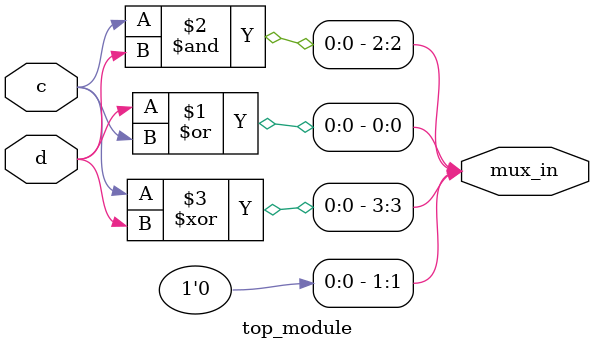
<source format=sv>
module top_module (
    input c,
    input d,
    output [3:0] mux_in
);

    // According to the Karnaugh map provided:
    // mux_in[0] (ab = 00) corresponds to the expression: ~c~d + c~d + cd + ~cd = d + c
    assign mux_in[0] = d | c;

    // mux_in[1] (ab = 01) corresponds to the expression: 0 (always 0)
    assign mux_in[1] = 0;

    // mux_in[2] (ab = 11) corresponds to the expression: cd
    assign mux_in[2] = c & d;

    // mux_in[3] (ab = 10) corresponds to the expression: ~c~d + cd = c ^ d (XOR)
    assign mux_in[3] = c ^ d;

endmodule

</source>
